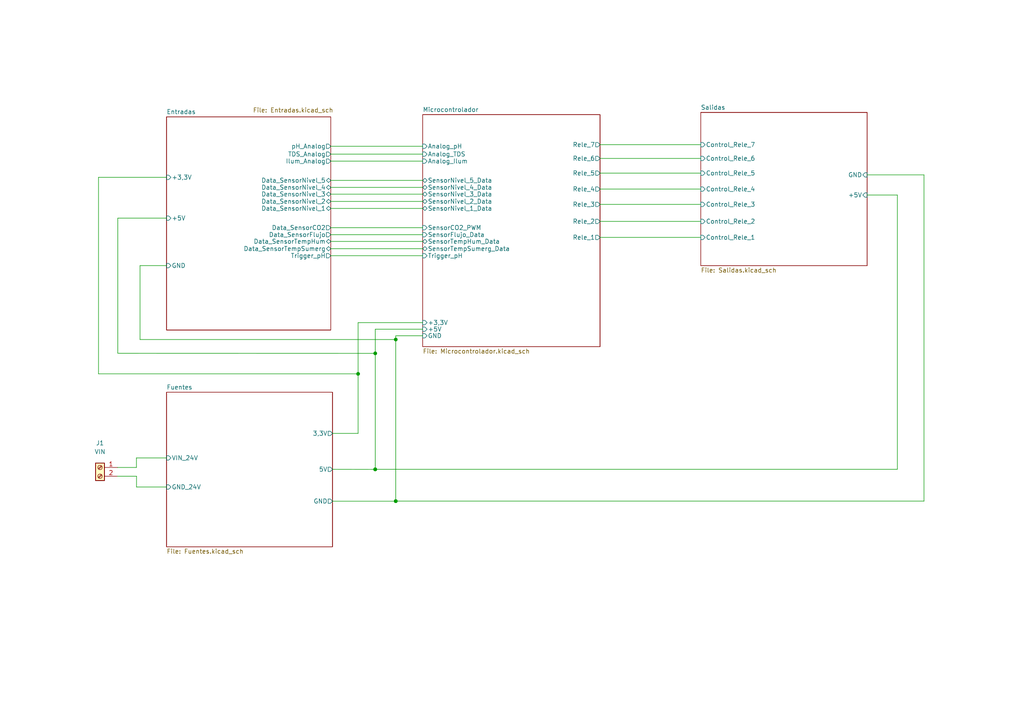
<source format=kicad_sch>
(kicad_sch (version 20211123) (generator eeschema)
  (paper "A4")
  (lib_symbols
    (symbol "Connector:Screw_Terminal_01x02" (pin_names (offset 1.016) hide)
      (property "Reference" "J" (at 0 2.54 0))
      (property "Value" "Screw_Terminal_01x02" (at 0 -5.08 0))
      (symbol "Screw_Terminal_01x02_1_1"
        (rectangle (start -1.27 1.27) (end 1.27 -3.81) (stroke (width 0.254)) (fill (type background)))
        (circle (center 0 -2.54) (radius 0.635) (stroke (width 0.1524)))
        (polyline (pts (xy -0.5334 -2.2098) (xy 0.3302 -3.048)) (stroke (width 0.1524)))
        (polyline (pts (xy -0.5334 0.3302) (xy 0.3302 -0.508)) (stroke (width 0.1524)))
        (polyline (pts (xy -0.3556 -2.032) (xy 0.508 -2.8702)) (stroke (width 0.1524)))
        (polyline (pts (xy -0.3556 0.508) (xy 0.508 -0.3302)) (stroke (width 0.1524)))
        (circle (center 0 0) (radius 0.635) (stroke (width 0.1524)))
        (pin passive line (at -5.08 0 0) (length 3.81) (name "Pin_1") (number "1"))
        (pin passive line (at -5.08 -2.54 0) (length 3.81) (name "Pin_2") (number "2"))
      )
    )
  )
  (junction (at 114.7826 145.3642))
  (junction (at 114.7826 98.4758))
  (junction (at 108.839 102.489))
  (junction (at 108.839 136.144))
  (junction (at 114.7826 145.3388))
  (junction (at 103.8606 108.4326))
  (junction (at 108.8136 136.1186))
  (wire (pts (xy 174.0408 68.8594) (xy 203.2508 68.8594)))
  (wire (pts (xy 108.839 102.489) (xy 108.839 136.144)))
  (wire (pts (xy 103.8606 108.4326) (xy 28.575 108.4326)))
  (wire (pts (xy 174.0408 50.2158) (xy 203.2508 50.2158)))
  (wire (pts (xy 95.9358 70.0278) (xy 122.6058 70.0278)))
  (wire (pts (xy 108.839 95.4786) (xy 108.839 102.489)))
  (wire (pts (xy 95.9358 74.168) (xy 122.6058 74.168)))
  (wire (pts (xy 114.7826 98.4758) (xy 114.7826 145.3388)))
  (wire (pts (xy 95.9358 68.072) (xy 122.6058 68.072)))
  (wire (pts (xy 28.575 51.435) (xy 48.3108 51.435)))
  (wire (pts (xy 174.0408 54.8386) (xy 203.2508 54.8386)))
  (wire (pts (xy 34.0868 135.5852) (xy 39.5732 135.5852)))
  (wire (pts (xy 96.4438 145.3642) (xy 114.7826 145.3642)))
  (wire (pts (xy 267.9954 50.7238) (xy 267.9954 145.3388)))
  (wire (pts (xy 95.9358 52.324) (xy 122.6058 52.324)))
  (wire (pts (xy 95.9358 54.356) (xy 122.6058 54.356)))
  (wire (pts (xy 174.0408 64.2112) (xy 203.2508 64.2112)))
  (wire (pts (xy 114.7826 97.3836) (xy 114.7826 98.4758)))
  (wire (pts (xy 34.163 63.2714) (xy 34.163 102.4636)))
  (wire (pts (xy 260.2738 56.5658) (xy 260.2738 136.1186)))
  (wire (pts (xy 39.5986 138.1252) (xy 34.0868 138.1252)))
  (wire (pts (xy 34.163 102.4636) (xy 108.839 102.489)))
  (wire (pts (xy 174.0408 41.9608) (xy 203.2508 41.9608)))
  (wire (pts (xy 103.8606 93.5736) (xy 103.8606 108.4326)))
  (wire (pts (xy 95.9358 42.418) (xy 122.6058 42.418)))
  (wire (pts (xy 48.3108 141.2494) (xy 39.5986 141.2494)))
  (wire (pts (xy 95.9358 66.04) (xy 122.6058 66.04)))
  (wire (pts (xy 114.7826 98.4758) (xy 40.6146 98.4758)))
  (wire (pts (xy 40.6146 77.0382) (xy 48.3108 77.0382)))
  (wire (pts (xy 174.0408 45.9486) (xy 203.2508 45.9486)))
  (wire (pts (xy 251.5108 56.5658) (xy 260.2738 56.5658)))
  (wire (pts (xy 174.0408 59.2836) (xy 203.2508 59.2836)))
  (wire (pts (xy 96.4438 125.7046) (xy 103.8606 125.7046)))
  (wire (pts (xy 95.9358 44.704) (xy 122.6058 44.704)))
  (wire (pts (xy 95.9358 58.42) (xy 122.6058 58.42)))
  (wire (pts (xy 122.6058 95.4786) (xy 108.839 95.4786)))
  (wire (pts (xy 39.5732 132.8166) (xy 48.3108 132.8166)))
  (wire (pts (xy 251.5108 50.7238) (xy 267.9954 50.7238)))
  (wire (pts (xy 95.9358 60.452) (xy 122.6058 60.452)))
  (wire (pts (xy 260.2738 136.1186) (xy 108.8136 136.1186)))
  (wire (pts (xy 95.9358 46.736) (xy 122.6058 46.736)))
  (wire (pts (xy 114.7826 145.3642) (xy 114.7826 145.3388)))
  (wire (pts (xy 39.5732 135.5852) (xy 39.5732 132.8166)))
  (wire (pts (xy 48.3108 63.2714) (xy 34.163 63.2714)))
  (wire (pts (xy 267.9954 145.3388) (xy 114.7826 145.3388)))
  (wire (pts (xy 39.5986 141.2494) (xy 39.5986 138.1252)))
  (wire (pts (xy 40.6146 98.4758) (xy 40.6146 77.0382)))
  (wire (pts (xy 95.9358 72.136) (xy 122.6058 72.136)))
  (wire (pts (xy 28.575 108.4326) (xy 28.575 51.435)))
  (wire (pts (xy 122.6058 93.5736) (xy 103.8606 93.5736)))
  (wire (pts (xy 95.9358 56.3118) (xy 122.6058 56.3118)))
  (wire (pts (xy 96.4438 136.1186) (xy 108.839 136.144)))
  (wire (pts (xy 103.8606 108.4326) (xy 103.8606 125.7046)))
  (wire (pts (xy 122.6058 97.3836) (xy 114.7826 97.3836)))
  (symbol (lib_id "Connector:Screw_Terminal_01x02") (at 29.0068 135.5852 0) (mirror y) (unit 1)
    (property "Reference" "J1" (at 29.0068 128.4986 0))
    (property "Value" "VIN" (at 29.0068 131.0386 0))
  )
  (sheet (at 48.3108 113.7666) (size 48.133 44.831) (stroke (width 0.1524))
    (property "Sheet name" "Fuentes" (at 48.3108 113.055 0) (effects (justify left bottom)))
    (property "Sheet file" "Fuentes.kicad_sch" (at 48.3108 159.1822 0) (effects (justify left top)))
    (pin "3,3V" output (at 96.4438 125.7046 0))
    (pin "5V" output (at 96.4438 136.1186 0))
    (pin "VIN_24V" input (at 48.3108 132.8166 180))
    (pin "GND_24V" input (at 48.3108 141.2494 180))
    (pin "GND" output (at 96.4438 145.3642 0))
  )
  (sheet (at 122.6058 33.2486) (size 51.435 67.31) (stroke (width 0.1524))
    (property "Sheet name" "Microcontrolador" (at 122.6058 32.537 0) (effects (justify left bottom)))
    (property "Sheet file" "Microcontrolador.kicad_sch" (at 122.6058 101.1432 0) (effects (justify left top)))
    (pin "GND" input (at 122.6058 97.3836 180))
    (pin "+3,3V" input (at 122.6058 93.5736 180))
    (pin "SensorFlujo_Data" input (at 122.6058 68.072 180))
    (pin "Analog_TDS" input (at 122.6058 44.704 180))
    (pin "Analog_Ilum" input (at 122.6058 46.736 180))
    (pin "SensorCO2_PWM" input (at 122.6058 66.04 180))
    (pin "Analog_pH" input (at 122.6058 42.418 180))
    (pin "Trigger_pH" input (at 122.6058 74.168 180))
    (pin "Rele_7" output (at 174.0408 41.9608 0))
    (pin "Rele_3" output (at 174.0408 59.2836 0))
    (pin "Rele_4" output (at 174.0408 54.8386 0))
    (pin "Rele_5" output (at 174.0408 50.2158 0))
    (pin "Rele_6" output (at 174.0408 45.9486 0))
    (pin "Rele_2" output (at 174.0408 64.2112 0))
    (pin "Rele_1" output (at 174.0408 68.8594 0))
    (pin "+5V" input (at 122.6058 95.4786 180))
    (pin "SensorNivel_2_Data" bidirectional (at 122.6058 58.42 180))
    (pin "SensorNivel_3_Data" bidirectional (at 122.6058 56.3118 180))
    (pin "SensorNivel_4_Data" bidirectional (at 122.6058 54.356 180))
    (pin "SensorNivel_1_Data" bidirectional (at 122.6058 60.452 180))
    (pin "SensorNivel_5_Data" bidirectional (at 122.6058 52.324 180))
    (pin "SensorTempHum_Data" bidirectional (at 122.6058 70.0278 180))
    (pin "SensorTempSumerg_Data" bidirectional (at 122.6058 72.136 180))
  )
  (sheet (at 203.2508 32.6136) (size 48.26 44.45) (stroke (width 0.1524))
    (property "Sheet name" "Salidas" (at 203.2508 31.902 0) (effects (justify left bottom)))
    (property "Sheet file" "Salidas.kicad_sch" (at 203.2508 77.6482 0) (effects (justify left top)))
    (pin "GND" input (at 251.5108 50.7238 0))
    (pin "+5V" input (at 251.5108 56.5658 0))
    (pin "Control_Rele_5" input (at 203.2508 50.2158 180))
    (pin "Control_Rele_2" input (at 203.2508 64.2112 180))
    (pin "Control_Rele_3" input (at 203.2508 59.2836 180))
    (pin "Control_Rele_6" input (at 203.2508 45.9486 180))
    (pin "Control_Rele_1" input (at 203.2508 68.8594 180))
    (pin "Control_Rele_4" input (at 203.2508 54.8386 180))
    (pin "Control_Rele_7" input (at 203.2508 41.9608 180))
  )
  (sheet (at 48.3108 33.8836) (size 47.625 61.849) (stroke (width 0.1524))
    (property "Sheet name" "Entradas" (at 48.3108 33.172 0) (effects (justify left bottom)))
    (property "Sheet file" "Entradas.kicad_sch" (at 73.3298 31.2166 0) (effects (justify left top)))
    (pin "Trigger_pH" output (at 95.9358 74.168 0))
    (pin "Ilum_Analog" output (at 95.9358 46.736 0))
    (pin "TDS_Analog" output (at 95.9358 44.704 0))
    (pin "pH_Analog" output (at 95.9358 42.418 0))
    (pin "GND" input (at 48.3108 77.0382 180))
    (pin "+5V" input (at 48.3108 63.2714 180))
    (pin "+3,3V" input (at 48.3108 51.435 180))
    (pin "Data_SensorFlujo" output (at 95.9358 68.072 0))
    (pin "Data_SensorCO2" output (at 95.9358 66.04 0))
    (pin "Data_SensorTempSumerg" bidirectional (at 95.9358 72.136 0))
    (pin "Data_SensorTempHum" bidirectional (at 95.9358 70.0278 0))
    (pin "Data_SensorNivel_4" bidirectional (at 95.9358 54.356 0))
    (pin "Data_SensorNivel_3" bidirectional (at 95.9358 56.3118 0))
    (pin "Data_SensorNivel_2" bidirectional (at 95.9358 58.42 0))
    (pin "Data_SensorNivel_5" bidirectional (at 95.9358 52.324 0))
    (pin "Data_SensorNivel_1" bidirectional (at 95.9358 60.452 0))
  )
)
</source>
